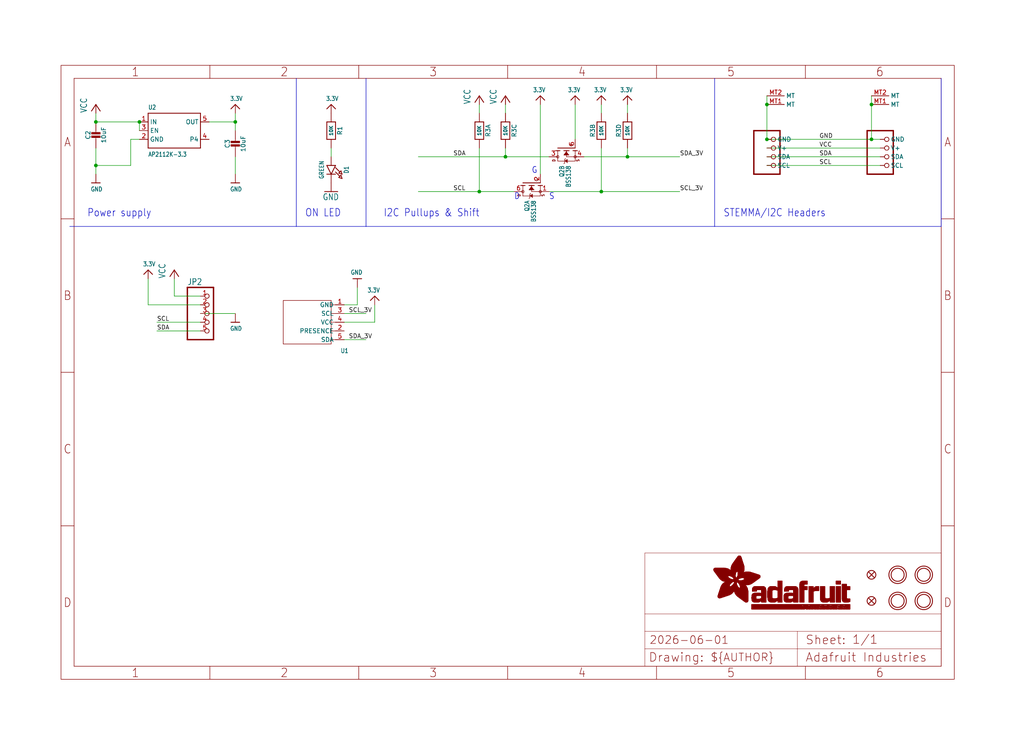
<source format=kicad_sch>
(kicad_sch (version 20230121) (generator eeschema)
  (paper "User" 298.45 217.322)
  (lib_symbols
    (symbol "working-eagle-import:3.3V" (power)
      (property "Value" "3.3V" (at -1.524 1.016 0))
      (symbol "3.3V_1_0"
        (pin power_in line (at 0 -2.54 90) (length 2.54) (name "3.3V") (number "1"))
      )
    )
    (symbol "working-eagle-import:CAP_CERAMIC0805-NOOUTLINE"
      (property "Reference" "C" (at -2.29 1.25 90))
      (symbol "CAP_CERAMIC0805-NOOUTLINE_1_0"
        (pin passive line (at 0 5.08 270) (length 2.54) (name "1") (number "1"))
        (pin passive line (at 0 -2.54 90) (length 2.54) (name "2") (number "2"))
      )
    )
    (symbol "working-eagle-import:FIDUCIAL_1MM")
    (symbol "working-eagle-import:FRAME_A4_ADAFRUIT"
      (symbol "FRAME_A4_ADAFRUIT_1_0"
        (text "${#}/${##}" (at 230.505 10.16 0) (effects (font (size 2.54 2.54)) (justify left bottom)))
        (text "${AUTHOR}" (at 189.23 5.08 0) (effects (font (size 2.286 2.286)) (justify left bottom)))
        (text "${CURRENT_DATE}" (at 171.45 10.16 0) (effects (font (size 2.286 2.286)) (justify left bottom)))
        (text "${PROJECTNAME}" (at 171.45 15.24 0) (effects (font (size 2.54 2.54)) (justify left bottom)))
        (text "1" (at 21.6958 1.905 0) (effects (font (size 2.54 2.286))))
        (text "1" (at 21.6958 177.165 0) (effects (font (size 2.54 2.286))))
        (text "2" (at 65.0875 1.905 0) (effects (font (size 2.54 2.286))))
        (text "2" (at 65.0875 177.165 0) (effects (font (size 2.54 2.286))))
        (text "3" (at 108.4792 1.905 0) (effects (font (size 2.54 2.286))))
        (text "3" (at 108.4792 177.165 0) (effects (font (size 2.54 2.286))))
        (text "4" (at 151.8708 1.905 0) (effects (font (size 2.54 2.286))))
        (text "4" (at 151.8708 177.165 0) (effects (font (size 2.54 2.286))))
        (text "5" (at 195.2625 1.905 0) (effects (font (size 2.54 2.286))))
        (text "5" (at 195.2625 177.165 0) (effects (font (size 2.54 2.286))))
        (text "6" (at 238.6542 1.905 0) (effects (font (size 2.54 2.286))))
        (text "6" (at 238.6542 177.165 0) (effects (font (size 2.54 2.286))))
        (text "A" (at 1.905 156.6863 0) (effects (font (size 2.54 2.286))))
        (text "A" (at 258.445 156.6863 0) (effects (font (size 2.54 2.286))))
        (text "Adafruit Industries" (at 216.916 4.953 0) (effects (font (size 2.54 2.54)) (justify left bottom)))
        (text "B" (at 1.905 111.9188 0) (effects (font (size 2.54 2.286))))
        (text "B" (at 258.445 111.9188 0) (effects (font (size 2.54 2.286))))
        (text "C" (at 1.905 67.1513 0) (effects (font (size 2.54 2.286))))
        (text "C" (at 258.445 67.1513 0) (effects (font (size 2.54 2.286))))
        (text "D" (at 1.905 22.3838 0) (effects (font (size 2.54 2.286))))
        (text "D" (at 258.445 22.3838 0) (effects (font (size 2.54 2.286))))
        (text "Drawing:" (at 171.196 4.953 0) (effects (font (size 2.54 2.54)) (justify left bottom)))
        (text "Sheet:" (at 216.916 10.033 0) (effects (font (size 2.54 2.54)) (justify left bottom)))
      )
    )
    (symbol "working-eagle-import:GND" (power)
      (property "Value" "GND" (at -1.524 -2.54 0))
      (symbol "GND_1_0"
        (pin power_in line (at 0 2.54 270) (length 2.54) (name "GND") (number "1"))
      )
    )
    (symbol "working-eagle-import:HEADER-1X570MIL"
      (property "Reference" "JP" (at -6.35 8.255 0))
      (symbol "HEADER-1X570MIL_1_0"
        (pin passive inverted (at -2.54 5.08 0) (length 2.54) (name "1") (number "1"))
        (pin passive inverted (at -2.54 2.54 0) (length 2.54) (name "2") (number "2"))
        (pin passive inverted (at -2.54 0 0) (length 2.54) (name "3") (number "3"))
        (pin passive inverted (at -2.54 -2.54 0) (length 2.54) (name "4") (number "4"))
        (pin passive inverted (at -2.54 -5.08 0) (length 2.54) (name "5") (number "5"))
      )
    )
    (symbol "working-eagle-import:LED0603_NOOUTLINE"
      (property "Reference" "D" (at -1.27 4.445 0))
      (symbol "LED0603_NOOUTLINE_1_0"
        (pin passive line (at -5.08 0 0) (length 2.54) (name "A") (number "A"))
        (pin passive line (at 2.54 0 180) (length 2.54) (name "C") (number "C"))
      )
    )
    (symbol "working-eagle-import:MOSFET-N_DUAL"
      (property "Reference" "Q" (at 5.08 0.635 0))
      (symbol "MOSFET-N_DUAL_1_0"
        (text "D" (at 3.175 3.175 0) (effects (font (size 0.8128 0.6908)) (justify left bottom)))
        (text "G" (at -1.27 -1.905 0) (effects (font (size 0.8128 0.6908)) (justify left bottom)))
        (text "S" (at 3.175 -3.81 0) (effects (font (size 0.8128 0.6908)) (justify left bottom)))
        (pin bidirectional line (at 2.54 -5.08 90) (length 2.54) (name "S") (number "1"))
        (pin bidirectional line (at -2.54 -2.54 0) (length 2.54) (name "G") (number "2"))
        (pin bidirectional line (at 2.54 5.08 270) (length 2.54) (name "D") (number "6"))
      )
      (symbol "MOSFET-N_DUAL_2_0"
        (text "D" (at 3.175 3.175 0) (effects (font (size 0.8128 0.6908)) (justify left bottom)))
        (text "G" (at -1.27 -1.905 0) (effects (font (size 0.8128 0.6908)) (justify left bottom)))
        (text "S" (at 3.175 -3.81 0) (effects (font (size 0.8128 0.6908)) (justify left bottom)))
        (pin bidirectional line (at 2.54 5.08 270) (length 2.54) (name "D") (number "3"))
        (pin bidirectional line (at 2.54 -5.08 90) (length 2.54) (name "S") (number "4"))
        (pin bidirectional line (at -2.54 -2.54 0) (length 2.54) (name "G") (number "5"))
      )
    )
    (symbol "working-eagle-import:MOUNTINGHOLE2.5")
    (symbol "working-eagle-import:RESISTOR_0603_NOOUT"
      (property "Reference" "R" (at 0 2.54 0))
      (symbol "RESISTOR_0603_NOOUT_1_0"
        (pin passive line (at -5.08 0 0) (length 2.54) (name "1") (number "1"))
        (pin passive line (at 5.08 0 180) (length 2.54) (name "2") (number "2"))
      )
    )
    (symbol "working-eagle-import:RESISTOR_4PACK"
      (property "Reference" "R" (at 0 2.54 0))
      (symbol "RESISTOR_4PACK_1_0"
        (pin passive line (at -5.08 0 0) (length 2.54) (name "1") (number "1"))
        (pin passive line (at 5.08 0 180) (length 2.54) (name "2") (number "8"))
      )
      (symbol "RESISTOR_4PACK_2_0"
        (pin passive line (at -5.08 0 0) (length 2.54) (name "1") (number "2"))
        (pin passive line (at 5.08 0 180) (length 2.54) (name "2") (number "7"))
      )
      (symbol "RESISTOR_4PACK_3_0"
        (pin passive line (at -5.08 0 0) (length 2.54) (name "1") (number "3"))
        (pin passive line (at 5.08 0 180) (length 2.54) (name "2") (number "6"))
      )
      (symbol "RESISTOR_4PACK_4_0"
        (pin passive line (at -5.08 0 0) (length 2.54) (name "1") (number "4"))
        (pin passive line (at 5.08 0 180) (length 2.54) (name "2") (number "5"))
      )
    )
    (symbol "working-eagle-import:STEMMA_I2C_QT"
      (symbol "STEMMA_I2C_QT_1_0"
        (pin passive inverted (at 0 5.08 0) (length 2.54) (name "GND") (number "1"))
        (pin passive inverted (at 0 2.54 0) (length 2.54) (name "V+") (number "2"))
        (pin passive inverted (at 0 0 0) (length 2.54) (name "SDA") (number "3"))
        (pin passive inverted (at 0 -2.54 0) (length 2.54) (name "SCL") (number "4"))
      )
      (symbol "STEMMA_I2C_QT_2_0"
        (pin bidirectional line (at 0 0 0) (length 5.08) (name "MT") (number "MT1"))
      )
      (symbol "STEMMA_I2C_QT_3_0"
        (pin bidirectional line (at 0 0 0) (length 5.08) (name "MT") (number "MT2"))
      )
    )
    (symbol "working-eagle-import:VCC" (power)
      (property "Value" "VCC" (at -2.54 -2.54 90))
      (symbol "VCC_1_0"
        (pin power_in line (at 0 -2.54 90) (length 2.54) (name "VCC") (number "1"))
      )
    )
    (symbol "working-eagle-import:VREG_SOT23-5"
      (property "Reference" "U" (at -7.62 6.096 0))
      (symbol "VREG_SOT23-5_1_0"
        (pin power_in line (at -10.16 2.54 0) (length 2.54) (name "IN") (number "1"))
        (pin power_in line (at -10.16 -2.54 0) (length 2.54) (name "GND") (number "2"))
        (pin input line (at -10.16 0 0) (length 2.54) (name "EN") (number "3"))
        (pin bidirectional line (at 10.16 -2.54 180) (length 2.54) (name "P4") (number "4"))
        (pin power_in line (at 10.16 2.54 180) (length 2.54) (name "OUT") (number "5"))
      )
    )
    (symbol "working-eagle-import:WIICHUCK"
      (property "Reference" "U" (at -5.08 7.62 0))
      (symbol "WIICHUCK_1_0"
        (pin power_in line (at -3.81 -5.08 0) (length 2.54) (name "GND") (number "1"))
        (pin passive line (at -3.81 2.54 0) (length 2.54) (name "PRESENCE") (number "2"))
        (pin bidirectional line (at -3.81 -2.54 0) (length 2.54) (name "SCL") (number "3"))
        (pin power_in line (at -3.81 0 0) (length 2.54) (name "VCC") (number "4"))
        (pin bidirectional line (at -3.81 5.08 0) (length 2.54) (name "SDA") (number "5"))
      )
    )
    (symbol "working-eagle-import:supply1_GND" (power)
      (property "Value" "supply1_GND" (at -2.54 -2.54 0))
      (symbol "supply1_GND_1_0"
        (pin power_in line (at 0 2.54 270) (length 2.54) (name "GND") (number "1"))
      )
    )
  )
  (junction (at 182.88 45.72))
  (junction (at 68.58 35.56))
  (junction (at 27.94 35.56))
  (junction (at 254 40.64))
  (junction (at 147.32 45.72))
  (junction (at 139.7 55.88))
  (junction (at 27.94 48.26))
  (junction (at 223.52 30.48))
  (junction (at 254 30.48))
  (junction (at 223.52 40.64))
  (junction (at 40.64 35.56))
  (junction (at 175.26 55.88))
  (wire (pts (xy 27.94 48.26) (xy 27.94 50.8)) (stroke (width 0.1524)))
  (polyline (pts (xy 208.28 66.04) (xy 274.32 66.04)) (stroke (width 0.1524) (type solid)))
  (wire (pts (xy 58.42 86.36) (xy 50.8 86.36)) (stroke (width 0.1524)))
  (wire (pts (xy 175.26 55.88) (xy 198.12 55.88)) (stroke (width 0.1524)))
  (wire (pts (xy 38.1 40.64) (xy 38.1 48.26)) (stroke (width 0.1524)))
  (wire (pts (xy 149.86 55.88) (xy 139.7 55.88)) (stroke (width 0.1524)))
  (wire (pts (xy 223.52 27.94) (xy 223.52 30.48)) (stroke (width 0.1524)))
  (polyline (pts (xy 20.32 66.04) (xy 86.36 66.04)) (stroke (width 0.1524) (type solid)))
  (wire (pts (xy 100.33 91.44) (xy 106.68 91.44)) (stroke (width 0.1524)))
  (wire (pts (xy 157.48 50.8) (xy 157.48 30.48)) (stroke (width 0.1524)))
  (wire (pts (xy 68.58 35.56) (xy 68.58 33.02)) (stroke (width 0.1524)))
  (wire (pts (xy 58.42 93.98) (xy 45.72 93.98)) (stroke (width 0.1524)))
  (wire (pts (xy 27.94 48.26) (xy 27.94 43.18)) (stroke (width 0.1524)))
  (wire (pts (xy 254 30.48) (xy 254 40.64)) (stroke (width 0.1524)))
  (wire (pts (xy 139.7 30.48) (xy 139.7 33.02)) (stroke (width 0.1524)))
  (wire (pts (xy 160.02 45.72) (xy 147.32 45.72)) (stroke (width 0.1524)))
  (wire (pts (xy 182.88 33.02) (xy 182.88 30.48)) (stroke (width 0.1524)))
  (wire (pts (xy 104.14 88.9) (xy 104.14 83.82)) (stroke (width 0.1524)))
  (wire (pts (xy 223.52 30.48) (xy 223.52 40.64)) (stroke (width 0.1524)))
  (wire (pts (xy 160.02 55.88) (xy 175.26 55.88)) (stroke (width 0.1524)))
  (wire (pts (xy 58.42 96.52) (xy 45.72 96.52)) (stroke (width 0.1524)))
  (wire (pts (xy 254 40.64) (xy 223.52 40.64)) (stroke (width 0.1524)))
  (wire (pts (xy 60.96 35.56) (xy 68.58 35.56)) (stroke (width 0.1524)))
  (wire (pts (xy 175.26 33.02) (xy 175.26 30.48)) (stroke (width 0.1524)))
  (polyline (pts (xy 86.36 66.04) (xy 106.68 66.04)) (stroke (width 0.1524) (type solid)))
  (wire (pts (xy 100.33 99.06) (xy 106.68 99.06)) (stroke (width 0.1524)))
  (wire (pts (xy 43.18 88.9) (xy 43.18 81.28)) (stroke (width 0.1524)))
  (wire (pts (xy 256.54 40.64) (xy 254 40.64)) (stroke (width 0.1524)))
  (wire (pts (xy 40.64 35.56) (xy 27.94 35.56)) (stroke (width 0.1524)))
  (wire (pts (xy 139.7 43.18) (xy 139.7 55.88)) (stroke (width 0.1524)))
  (wire (pts (xy 96.52 45.72) (xy 96.52 43.18)) (stroke (width 0.1524)))
  (wire (pts (xy 27.94 33.02) (xy 27.94 35.56)) (stroke (width 0.1524)))
  (wire (pts (xy 223.52 43.18) (xy 256.54 43.18)) (stroke (width 0.1524)))
  (wire (pts (xy 58.42 88.9) (xy 43.18 88.9)) (stroke (width 0.1524)))
  (wire (pts (xy 40.64 38.1) (xy 40.64 35.56)) (stroke (width 0.1524)))
  (wire (pts (xy 58.42 91.44) (xy 68.58 91.44)) (stroke (width 0.1524)))
  (wire (pts (xy 38.1 48.26) (xy 27.94 48.26)) (stroke (width 0.1524)))
  (wire (pts (xy 147.32 33.02) (xy 147.32 30.48)) (stroke (width 0.1524)))
  (wire (pts (xy 40.64 40.64) (xy 38.1 40.64)) (stroke (width 0.1524)))
  (wire (pts (xy 100.33 93.98) (xy 109.22 93.98)) (stroke (width 0.1524)))
  (wire (pts (xy 182.88 45.72) (xy 198.12 45.72)) (stroke (width 0.1524)))
  (wire (pts (xy 50.8 86.36) (xy 50.8 81.28)) (stroke (width 0.1524)))
  (polyline (pts (xy 106.68 22.86) (xy 106.68 66.04)) (stroke (width 0.1524) (type solid)))
  (wire (pts (xy 170.18 45.72) (xy 182.88 45.72)) (stroke (width 0.1524)))
  (wire (pts (xy 147.32 45.72) (xy 121.92 45.72)) (stroke (width 0.1524)))
  (wire (pts (xy 167.64 40.64) (xy 167.64 30.48)) (stroke (width 0.1524)))
  (wire (pts (xy 254 27.94) (xy 254 30.48)) (stroke (width 0.1524)))
  (wire (pts (xy 68.58 45.72) (xy 68.58 50.8)) (stroke (width 0.1524)))
  (polyline (pts (xy 106.68 66.04) (xy 208.28 66.04)) (stroke (width 0.1524) (type solid)))
  (wire (pts (xy 256.54 45.72) (xy 223.52 45.72)) (stroke (width 0.1524)))
  (wire (pts (xy 109.22 93.98) (xy 109.22 88.9)) (stroke (width 0.1524)))
  (wire (pts (xy 68.58 35.56) (xy 68.58 38.1)) (stroke (width 0.1524)))
  (polyline (pts (xy 86.36 22.86) (xy 86.36 66.04)) (stroke (width 0.1524) (type solid)))
  (polyline (pts (xy 208.28 22.86) (xy 208.28 66.04)) (stroke (width 0.1524) (type solid)))
  (wire (pts (xy 100.33 88.9) (xy 104.14 88.9)) (stroke (width 0.1524)))
  (polyline (pts (xy 274.32 22.86) (xy 274.32 66.04)) (stroke (width 0.1524) (type solid)))
  (wire (pts (xy 139.7 55.88) (xy 121.92 55.88)) (stroke (width 0.1524)))
  (wire (pts (xy 223.52 48.26) (xy 256.54 48.26)) (stroke (width 0.1524)))
  (wire (pts (xy 182.88 43.18) (xy 182.88 45.72)) (stroke (width 0.1524)))
  (wire (pts (xy 175.26 43.18) (xy 175.26 55.88)) (stroke (width 0.1524)))
  (wire (pts (xy 147.32 43.18) (xy 147.32 45.72)) (stroke (width 0.1524)))
  (text "Power supply" (at 25.4 63.5 0) (effects (font (size 2.1844 1.8567)) (justify left bottom)))
  (text "D" (at 149.86 58.42 0) (effects (font (size 1.778 1.5113)) (justify left bottom)))
  (text "I2C Pullups & Shift" (at 111.76 63.5 0) (effects (font (size 2.1844 1.8567)) (justify left bottom)))
  (text "ON LED" (at 88.9 63.5 0) (effects (font (size 2.1844 1.8567)) (justify left bottom)))
  (text "S" (at 160.02 58.42 0) (effects (font (size 1.778 1.5113)) (justify left bottom)))
  (text "G" (at 154.94 50.8 0) (effects (font (size 1.778 1.5113)) (justify left bottom)))
  (text "STEMMA/I2C Headers" (at 210.82 63.5 0) (effects (font (size 2.1844 1.8567)) (justify left bottom)))
  (label "SDA_3V" (at 101.6 99.06 0) (effects (font (size 1.2446 1.2446))))
  (label "SDA" (at 132.08 45.72 0) (effects (font (size 1.2446 1.2446))))
  (label "SDA_3V" (at 198.12 45.72 0) (effects (font (size 1.2446 1.2446))))
  (label "SCL_3V" (at 198.12 55.88 0) (effects (font (size 1.2446 1.2446))))
  (label "SCL_3V" (at 101.6 91.44 0) (effects (font (size 1.2446 1.2446))))
  (label "GND" (at 238.76 40.64 0) (effects (font (size 1.2446 1.2446))))
  (label "SCL" (at 45.72 93.98 0) (effects (font (size 1.2446 1.2446))))
  (label "SDA" (at 238.76 45.72 0) (effects (font (size 1.2446 1.2446))))
  (label "VCC" (at 238.76 43.18 0) (effects (font (size 1.2446 1.2446))))
  (label "SCL" (at 132.08 55.88 0) (effects (font (size 1.2446 1.2446))))
  (label "SDA" (at 45.72 96.52 0) (effects (font (size 1.2446 1.2446))))
  (label "SCL" (at 238.76 48.26 0) (effects (font (size 1.2446 1.2446))))
  (symbol (lib_id "working-eagle-import:RESISTOR_4PACK") (at 182.88 38.1 90) (mirror x) (unit 4)
    (property "Reference" "R3" (at 180.34 38.1 0))
    (property "Value" "10K" (at 182.88 38.1 0) (effects (font (size 1.016 1.016) bold)))
    (property "Footprint" "working:RESPACK_4X0603" (effects hide))
  )
  (symbol (lib_id "working-eagle-import:GND") (at 104.14 81.28 180) (unit 1)
    (property "Reference" "#U$4" (effects hide))
    (property "Value" "GND" (at 105.664 78.74 0) (effects (font (size 1.27 1.0795)) (justify left bottom)))
  )
  (symbol (lib_id "working-eagle-import:STEMMA_I2C_QT") (at 223.52 45.72 0) (unit 1)
    (property "Reference" "CONN3" (effects hide))
    (property "Value" "STEMMA_I2C_QT" (effects hide))
    (property "Footprint" "working:JST_SH4" (effects hide))
  )
  (symbol (lib_id "working-eagle-import:3.3V") (at 182.88 27.94 0) (mirror y) (unit 1)
    (property "Reference" "#U$7" (effects hide))
    (property "Value" "3.3V" (at 184.404 26.924 0) (effects (font (size 1.27 1.0795)) (justify left bottom)))
  )
  (symbol (lib_id "working-eagle-import:GND") (at 68.58 93.98 0) (unit 1)
    (property "Reference" "#U$10" (effects hide))
    (property "Value" "GND" (at 67.056 96.52 0) (effects (font (size 1.27 1.0795)) (justify left bottom)))
  )
  (symbol (lib_id "working-eagle-import:STEMMA_I2C_QT") (at 254 27.94 0) (unit 3)
    (property "Reference" "CONN4" (effects hide))
    (property "Value" "STEMMA_I2C_QT" (effects hide))
    (property "Footprint" "working:JST_SH4" (effects hide))
  )
  (symbol (lib_id "working-eagle-import:RESISTOR_0603_NOOUT") (at 96.52 38.1 270) (unit 1)
    (property "Reference" "R1" (at 99.06 38.1 0))
    (property "Value" "10K" (at 96.52 38.1 0) (effects (font (size 1.016 1.016) bold)))
    (property "Footprint" "working:0603-NO" (effects hide))
  )
  (symbol (lib_id "working-eagle-import:STEMMA_I2C_QT") (at 254 30.48 0) (unit 2)
    (property "Reference" "CONN4" (effects hide))
    (property "Value" "STEMMA_I2C_QT" (effects hide))
    (property "Footprint" "working:JST_SH4" (effects hide))
  )
  (symbol (lib_id "working-eagle-import:VREG_SOT23-5") (at 50.8 38.1 0) (unit 1)
    (property "Reference" "U2" (at 43.18 32.004 0) (effects (font (size 1.27 1.0795)) (justify left bottom)))
    (property "Value" "AP2112K-3.3" (at 43.18 45.72 0) (effects (font (size 1.27 1.0795)) (justify left bottom)))
    (property "Footprint" "working:SOT23-5" (effects hide))
  )
  (symbol (lib_id "working-eagle-import:GND") (at 27.94 53.34 0) (unit 1)
    (property "Reference" "#U$13" (effects hide))
    (property "Value" "GND" (at 26.416 55.88 0) (effects (font (size 1.27 1.0795)) (justify left bottom)))
  )
  (symbol (lib_id "working-eagle-import:MOUNTINGHOLE2.5") (at 261.62 175.26 0) (unit 1)
    (property "Reference" "U$1" (effects hide))
    (property "Value" "MOUNTINGHOLE2.5" (effects hide))
    (property "Footprint" "working:MOUNTINGHOLE_2.5_PLATED" (effects hide))
  )
  (symbol (lib_id "working-eagle-import:RESISTOR_4PACK") (at 139.7 38.1 270) (unit 1)
    (property "Reference" "R3" (at 142.24 38.1 0))
    (property "Value" "10K" (at 139.7 38.1 0) (effects (font (size 1.016 1.016) bold)))
    (property "Footprint" "working:RESPACK_4X0603" (effects hide))
  )
  (symbol (lib_id "working-eagle-import:MOSFET-N_DUAL") (at 165.1 43.18 90) (mirror x) (unit 2)
    (property "Reference" "Q2" (at 164.465 48.26 0) (effects (font (size 1.27 1.0795)) (justify left bottom)))
    (property "Value" "BSS138" (at 166.37 48.26 0) (effects (font (size 1.27 1.0795)) (justify left bottom)))
    (property "Footprint" "working:SOT363" (effects hide))
  )
  (symbol (lib_id "working-eagle-import:CAP_CERAMIC0805-NOOUTLINE") (at 27.94 40.64 0) (unit 1)
    (property "Reference" "C2" (at 25.65 39.39 90))
    (property "Value" "10uF" (at 30.24 39.39 90))
    (property "Footprint" "working:0805-NO" (effects hide))
  )
  (symbol (lib_id "working-eagle-import:3.3V") (at 157.48 27.94 0) (mirror y) (unit 1)
    (property "Reference" "#U$26" (effects hide))
    (property "Value" "3.3V" (at 159.004 26.924 0) (effects (font (size 1.27 1.0795)) (justify left bottom)))
  )
  (symbol (lib_id "working-eagle-import:RESISTOR_4PACK") (at 175.26 38.1 90) (mirror x) (unit 2)
    (property "Reference" "R3" (at 172.72 38.1 0))
    (property "Value" "10K" (at 175.26 38.1 0) (effects (font (size 1.016 1.016) bold)))
    (property "Footprint" "working:RESPACK_4X0603" (effects hide))
  )
  (symbol (lib_id "working-eagle-import:LED0603_NOOUTLINE") (at 96.52 50.8 270) (unit 1)
    (property "Reference" "D1" (at 100.965 49.53 0) (effects (font (size 1.27 1.0795))))
    (property "Value" "GREEN" (at 93.726 49.53 0) (effects (font (size 1.27 1.0795))))
    (property "Footprint" "working:CHIPLED_0603_NOOUTLINE" (effects hide))
  )
  (symbol (lib_id "working-eagle-import:VCC") (at 50.8 78.74 0) (unit 1)
    (property "Reference" "#P+4" (effects hide))
    (property "Value" "VCC" (at 48.26 81.28 90) (effects (font (size 1.778 1.5113)) (justify left bottom)))
  )
  (symbol (lib_id "working-eagle-import:STEMMA_I2C_QT") (at 223.52 27.94 0) (unit 3)
    (property "Reference" "CONN3" (effects hide))
    (property "Value" "STEMMA_I2C_QT" (effects hide))
    (property "Footprint" "working:JST_SH4" (effects hide))
  )
  (symbol (lib_id "working-eagle-import:MOUNTINGHOLE2.5") (at 269.24 175.26 0) (unit 1)
    (property "Reference" "U$21" (effects hide))
    (property "Value" "MOUNTINGHOLE2.5" (effects hide))
    (property "Footprint" "working:MOUNTINGHOLE_2.5_PLATED" (effects hide))
  )
  (symbol (lib_id "working-eagle-import:MOUNTINGHOLE2.5") (at 269.24 167.64 0) (unit 1)
    (property "Reference" "U$19" (effects hide))
    (property "Value" "MOUNTINGHOLE2.5" (effects hide))
    (property "Footprint" "working:MOUNTINGHOLE_2.5_PLATED" (effects hide))
  )
  (symbol (lib_id "working-eagle-import:3.3V") (at 43.18 78.74 0) (unit 1)
    (property "Reference" "#U$16" (effects hide))
    (property "Value" "3.3V" (at 41.656 77.724 0) (effects (font (size 1.27 1.0795)) (justify left bottom)))
  )
  (symbol (lib_id "working-eagle-import:FIDUCIAL_1MM") (at 254 167.64 0) (unit 1)
    (property "Reference" "FID4" (effects hide))
    (property "Value" "FIDUCIAL_1MM" (effects hide))
    (property "Footprint" "working:FIDUCIAL_1MM" (effects hide))
  )
  (symbol (lib_id "working-eagle-import:VCC") (at 27.94 30.48 0) (unit 1)
    (property "Reference" "#P+3" (effects hide))
    (property "Value" "VCC" (at 25.4 33.02 90) (effects (font (size 1.778 1.5113)) (justify left bottom)))
  )
  (symbol (lib_id "working-eagle-import:CAP_CERAMIC0805-NOOUTLINE") (at 68.58 43.18 0) (unit 1)
    (property "Reference" "C3" (at 66.29 41.93 90))
    (property "Value" "10uF" (at 70.88 41.93 90))
    (property "Footprint" "working:0805-NO" (effects hide))
  )
  (symbol (lib_id "working-eagle-import:STEMMA_I2C_QT") (at 223.52 30.48 0) (unit 2)
    (property "Reference" "CONN3" (effects hide))
    (property "Value" "STEMMA_I2C_QT" (effects hide))
    (property "Footprint" "working:JST_SH4" (effects hide))
  )
  (symbol (lib_id "working-eagle-import:HEADER-1X570MIL") (at 60.96 91.44 0) (unit 1)
    (property "Reference" "JP2" (at 54.61 83.185 0) (effects (font (size 1.778 1.5113)) (justify left bottom)))
    (property "Value" "HEADER-1X570MIL" (effects hide))
    (property "Footprint" "working:1X05_ROUND_70" (effects hide))
  )
  (symbol (lib_id "working-eagle-import:WIICHUCK") (at 96.52 93.98 180) (unit 1)
    (property "Reference" "U1" (at 101.6 101.6 0) (effects (font (size 1.27 1.0795)) (justify left bottom)))
    (property "Value" "WIICHUCK" (effects hide))
    (property "Footprint" "working:WIICHUCK" (effects hide))
  )
  (symbol (lib_id "working-eagle-import:RESISTOR_4PACK") (at 147.32 38.1 270) (unit 3)
    (property "Reference" "R3" (at 149.86 38.1 0))
    (property "Value" "10K" (at 147.32 38.1 0) (effects (font (size 1.016 1.016) bold)))
    (property "Footprint" "working:RESPACK_4X0603" (effects hide))
  )
  (symbol (lib_id "working-eagle-import:3.3V") (at 175.26 27.94 0) (mirror y) (unit 1)
    (property "Reference" "#U$24" (effects hide))
    (property "Value" "3.3V" (at 176.784 26.924 0) (effects (font (size 1.27 1.0795)) (justify left bottom)))
  )
  (symbol (lib_id "working-eagle-import:3.3V") (at 167.64 27.94 0) (mirror y) (unit 1)
    (property "Reference" "#U$23" (effects hide))
    (property "Value" "3.3V" (at 169.164 26.924 0) (effects (font (size 1.27 1.0795)) (justify left bottom)))
  )
  (symbol (lib_id "working-eagle-import:FIDUCIAL_1MM") (at 254 175.26 0) (unit 1)
    (property "Reference" "FID3" (effects hide))
    (property "Value" "FIDUCIAL_1MM" (effects hide))
    (property "Footprint" "working:FIDUCIAL_1MM" (effects hide))
  )
  (symbol (lib_id "working-eagle-import:STEMMA_I2C_QT") (at 256.54 45.72 0) (unit 1)
    (property "Reference" "CONN4" (effects hide))
    (property "Value" "STEMMA_I2C_QT" (effects hide))
    (property "Footprint" "working:JST_SH4" (effects hide))
  )
  (symbol (lib_id "working-eagle-import:VCC") (at 139.7 27.94 0) (unit 1)
    (property "Reference" "#P+1" (effects hide))
    (property "Value" "VCC" (at 137.16 30.48 90) (effects (font (size 1.778 1.5113)) (justify left bottom)))
  )
  (symbol (lib_id "working-eagle-import:MOUNTINGHOLE2.5") (at 261.62 167.64 0) (unit 1)
    (property "Reference" "U$17" (effects hide))
    (property "Value" "MOUNTINGHOLE2.5" (effects hide))
    (property "Footprint" "working:MOUNTINGHOLE_2.5_PLATED" (effects hide))
  )
  (symbol (lib_id "working-eagle-import:FRAME_A4_ADAFRUIT") (at 17.78 198.12 0) (unit 1)
    (property "Reference" "#U$18" (effects hide))
    (property "Value" "FRAME_A4_ADAFRUIT" (effects hide))
  )
  (symbol (lib_id "working-eagle-import:3.3V") (at 68.58 30.48 0) (unit 1)
    (property "Reference" "#U$15" (effects hide))
    (property "Value" "3.3V" (at 67.056 29.464 0) (effects (font (size 1.27 1.0795)) (justify left bottom)))
  )
  (symbol (lib_id "working-eagle-import:MOSFET-N_DUAL") (at 154.94 53.34 90) (mirror x) (unit 1)
    (property "Reference" "Q2" (at 154.305 58.42 0) (effects (font (size 1.27 1.0795)) (justify left bottom)))
    (property "Value" "BSS138" (at 156.21 58.42 0) (effects (font (size 1.27 1.0795)) (justify left bottom)))
    (property "Footprint" "working:SOT363" (effects hide))
  )
  (symbol (lib_id "working-eagle-import:GND") (at 68.58 53.34 0) (unit 1)
    (property "Reference" "#U$5" (effects hide))
    (property "Value" "GND" (at 67.056 55.88 0) (effects (font (size 1.27 1.0795)) (justify left bottom)))
  )
  (symbol (lib_id "working-eagle-import:VCC") (at 147.32 27.94 0) (unit 1)
    (property "Reference" "#P+2" (effects hide))
    (property "Value" "VCC" (at 144.78 30.48 90) (effects (font (size 1.778 1.5113)) (justify left bottom)))
  )
  (symbol (lib_id "working-eagle-import:3.3V") (at 96.52 30.48 0) (unit 1)
    (property "Reference" "#U$3" (effects hide))
    (property "Value" "3.3V" (at 94.996 29.464 0) (effects (font (size 1.27 1.0795)) (justify left bottom)))
  )
  (symbol (lib_id "working-eagle-import:supply1_GND") (at 96.52 55.88 0) (unit 1)
    (property "Reference" "#GND6" (effects hide))
    (property "Value" "GND" (at 93.98 58.42 0) (effects (font (size 1.778 1.5113)) (justify left bottom)))
  )
  (symbol (lib_id "working-eagle-import:3.3V") (at 109.22 86.36 0) (mirror y) (unit 1)
    (property "Reference" "#U$2" (effects hide))
    (property "Value" "3.3V" (at 110.744 85.344 0) (effects (font (size 1.27 1.0795)) (justify left bottom)))
  )
)
</source>
